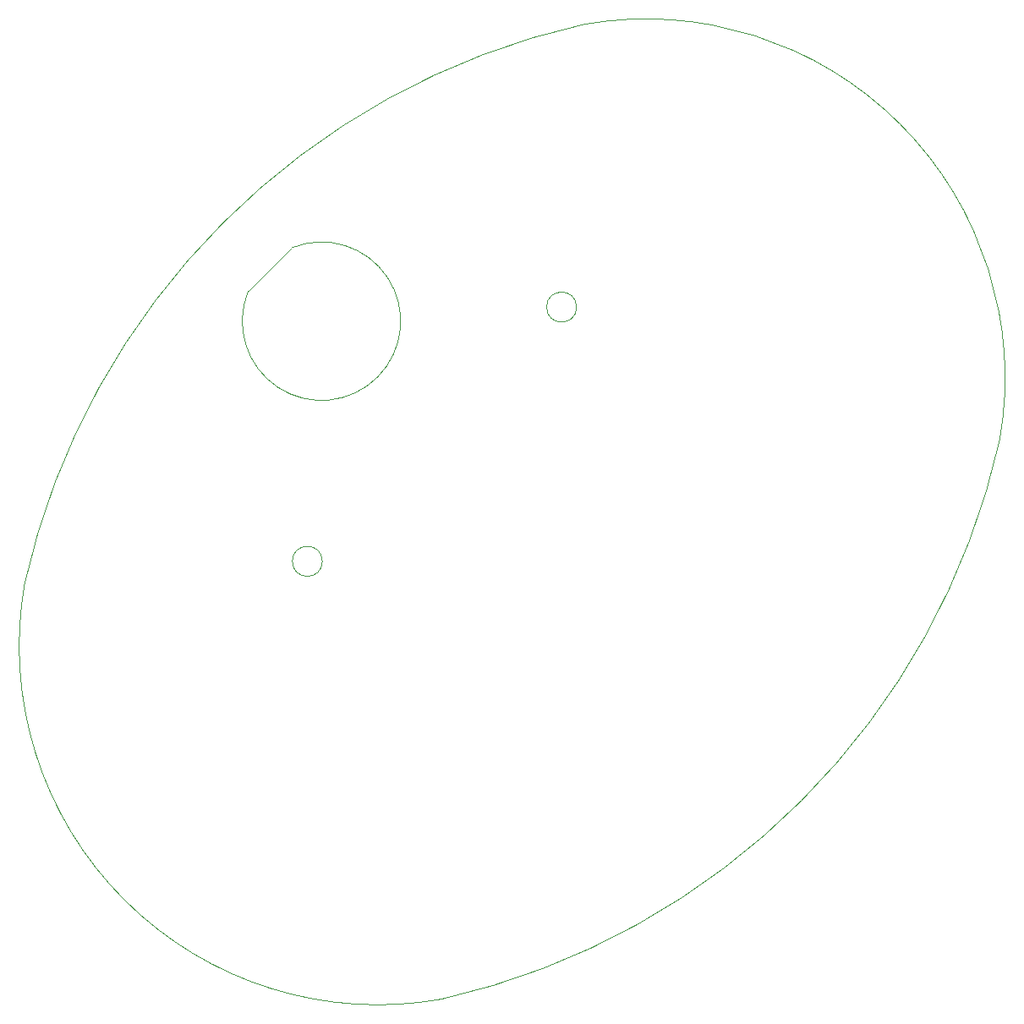
<source format=gbr>
G04 #@! TF.GenerationSoftware,KiCad,Pcbnew,9.0.2*
G04 #@! TF.CreationDate,2025-09-19T15:02:21-04:00*
G04 #@! TF.ProjectId,Trackball,54726163-6b62-4616-9c6c-2e6b69636164,rev?*
G04 #@! TF.SameCoordinates,Original*
G04 #@! TF.FileFunction,Profile,NP*
%FSLAX46Y46*%
G04 Gerber Fmt 4.6, Leading zero omitted, Abs format (unit mm)*
G04 Created by KiCad (PCBNEW 9.0.2) date 2025-09-19 15:02:21*
%MOMM*%
%LPD*%
G01*
G04 APERTURE LIST*
G04 #@! TA.AperFunction,Profile*
%ADD10C,0.050000*%
G04 #@! TD*
G04 APERTURE END LIST*
D10*
X272193730Y-84912074D02*
G75*
G02*
X216298556Y-140923872I-72158631J16113092D01*
G01*
X230592246Y-43314742D02*
G75*
G02*
X272188348Y-84911096I6212405J-35383735D01*
G01*
X174557693Y-99325554D02*
G75*
G02*
X230592246Y-43314742I72146453J-16142475D01*
G01*
X216298555Y-140923874D02*
G75*
G02*
X174557691Y-99325553I-6363961J35355340D01*
G01*
X229822700Y-71627409D02*
G75*
G02*
X226816040Y-71627409I-1503330J0D01*
G01*
X226816040Y-71627409D02*
G75*
G02*
X229822700Y-71627409I1503330J0D01*
G01*
X204366856Y-97083253D02*
G75*
G02*
X201360196Y-97083253I-1503330J0D01*
G01*
X201360196Y-97083253D02*
G75*
G02*
X204366856Y-97083253I1503330J0D01*
G01*
X201307891Y-65687712D02*
X196923829Y-70071774D01*
X201307890Y-65687713D02*
G75*
G02*
X196923829Y-70071773I2969849J-7353910D01*
G01*
M02*

</source>
